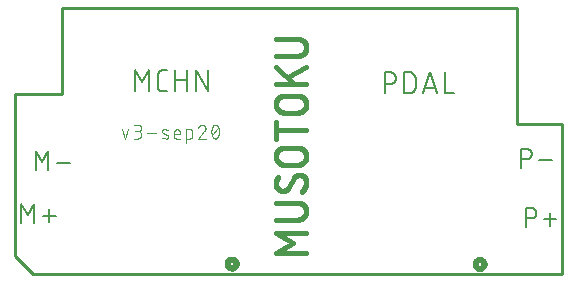
<source format=gto>
G04 EAGLE Gerber RS-274X export*
G75*
%MOMM*%
%FSLAX34Y34*%
%LPD*%
%INTop Silkscreen*%
%IPPOS*%
%AMOC8*
5,1,8,0,0,1.08239X$1,22.5*%
G01*
%ADD10C,0.101600*%
%ADD11C,0.152400*%
%ADD12C,0.431800*%
%ADD13C,0.508000*%
%ADD14C,0.177800*%
%ADD15C,0.254000*%


D10*
X320508Y532297D02*
X323104Y524508D01*
X325701Y532297D01*
X330146Y524508D02*
X333391Y524508D01*
X333504Y524510D01*
X333617Y524516D01*
X333730Y524526D01*
X333843Y524540D01*
X333955Y524557D01*
X334066Y524579D01*
X334176Y524604D01*
X334286Y524634D01*
X334394Y524667D01*
X334501Y524704D01*
X334607Y524744D01*
X334711Y524789D01*
X334814Y524837D01*
X334915Y524888D01*
X335014Y524943D01*
X335111Y525001D01*
X335206Y525063D01*
X335299Y525128D01*
X335389Y525196D01*
X335477Y525267D01*
X335563Y525342D01*
X335646Y525419D01*
X335726Y525499D01*
X335803Y525582D01*
X335878Y525668D01*
X335949Y525756D01*
X336017Y525846D01*
X336082Y525939D01*
X336144Y526034D01*
X336202Y526131D01*
X336257Y526230D01*
X336308Y526331D01*
X336356Y526434D01*
X336401Y526538D01*
X336441Y526644D01*
X336478Y526751D01*
X336511Y526859D01*
X336541Y526969D01*
X336566Y527079D01*
X336588Y527190D01*
X336605Y527302D01*
X336619Y527415D01*
X336629Y527528D01*
X336635Y527641D01*
X336637Y527754D01*
X336635Y527867D01*
X336629Y527980D01*
X336619Y528093D01*
X336605Y528206D01*
X336588Y528318D01*
X336566Y528429D01*
X336541Y528539D01*
X336511Y528649D01*
X336478Y528757D01*
X336441Y528864D01*
X336401Y528970D01*
X336356Y529074D01*
X336308Y529177D01*
X336257Y529278D01*
X336202Y529377D01*
X336144Y529474D01*
X336082Y529569D01*
X336017Y529662D01*
X335949Y529752D01*
X335878Y529840D01*
X335803Y529926D01*
X335726Y530009D01*
X335646Y530089D01*
X335563Y530166D01*
X335477Y530241D01*
X335389Y530312D01*
X335299Y530380D01*
X335206Y530445D01*
X335111Y530507D01*
X335014Y530565D01*
X334915Y530620D01*
X334814Y530671D01*
X334711Y530719D01*
X334607Y530764D01*
X334501Y530804D01*
X334394Y530841D01*
X334286Y530874D01*
X334176Y530904D01*
X334066Y530929D01*
X333955Y530951D01*
X333843Y530968D01*
X333730Y530982D01*
X333617Y530992D01*
X333504Y530998D01*
X333391Y531000D01*
X334041Y536192D02*
X330146Y536192D01*
X334041Y536192D02*
X334142Y536190D01*
X334242Y536184D01*
X334342Y536174D01*
X334442Y536161D01*
X334541Y536143D01*
X334640Y536122D01*
X334737Y536097D01*
X334834Y536068D01*
X334929Y536035D01*
X335023Y535999D01*
X335115Y535959D01*
X335206Y535916D01*
X335295Y535869D01*
X335382Y535819D01*
X335468Y535765D01*
X335551Y535708D01*
X335631Y535648D01*
X335710Y535585D01*
X335786Y535518D01*
X335859Y535449D01*
X335929Y535377D01*
X335997Y535303D01*
X336062Y535226D01*
X336123Y535146D01*
X336182Y535064D01*
X336237Y534980D01*
X336289Y534894D01*
X336338Y534806D01*
X336383Y534716D01*
X336425Y534624D01*
X336463Y534531D01*
X336497Y534436D01*
X336528Y534341D01*
X336555Y534244D01*
X336578Y534146D01*
X336598Y534047D01*
X336613Y533947D01*
X336625Y533847D01*
X336633Y533747D01*
X336637Y533646D01*
X336637Y533546D01*
X336633Y533445D01*
X336625Y533345D01*
X336613Y533245D01*
X336598Y533145D01*
X336578Y533046D01*
X336555Y532948D01*
X336528Y532851D01*
X336497Y532756D01*
X336463Y532661D01*
X336425Y532568D01*
X336383Y532476D01*
X336338Y532386D01*
X336289Y532298D01*
X336237Y532212D01*
X336182Y532128D01*
X336123Y532046D01*
X336062Y531966D01*
X335997Y531889D01*
X335929Y531815D01*
X335859Y531743D01*
X335786Y531674D01*
X335710Y531607D01*
X335631Y531544D01*
X335551Y531484D01*
X335468Y531427D01*
X335382Y531373D01*
X335295Y531323D01*
X335206Y531276D01*
X335115Y531233D01*
X335023Y531193D01*
X334929Y531157D01*
X334834Y531124D01*
X334737Y531095D01*
X334640Y531070D01*
X334541Y531049D01*
X334442Y531031D01*
X334342Y531018D01*
X334242Y531008D01*
X334142Y531002D01*
X334041Y531000D01*
X334041Y530999D02*
X331444Y530999D01*
X341689Y529052D02*
X349478Y529052D01*
X355391Y529052D02*
X358636Y527754D01*
X355391Y529051D02*
X355316Y529084D01*
X355242Y529120D01*
X355170Y529159D01*
X355100Y529202D01*
X355033Y529248D01*
X354967Y529298D01*
X354905Y529350D01*
X354844Y529406D01*
X354787Y529464D01*
X354732Y529525D01*
X354681Y529589D01*
X354633Y529655D01*
X354588Y529724D01*
X354546Y529794D01*
X354508Y529867D01*
X354473Y529941D01*
X354442Y530017D01*
X354415Y530094D01*
X354392Y530173D01*
X354372Y530252D01*
X354357Y530333D01*
X354345Y530414D01*
X354337Y530496D01*
X354333Y530577D01*
X354334Y530659D01*
X354338Y530741D01*
X354346Y530823D01*
X354358Y530904D01*
X354374Y530984D01*
X354394Y531064D01*
X354418Y531142D01*
X354446Y531219D01*
X354477Y531295D01*
X354512Y531369D01*
X354550Y531441D01*
X354592Y531512D01*
X354638Y531580D01*
X354686Y531646D01*
X354738Y531709D01*
X354793Y531770D01*
X354851Y531828D01*
X354911Y531884D01*
X354974Y531936D01*
X355040Y531985D01*
X355108Y532031D01*
X355178Y532073D01*
X355250Y532113D01*
X355324Y532148D01*
X355399Y532180D01*
X355476Y532208D01*
X355554Y532232D01*
X355634Y532253D01*
X355714Y532270D01*
X355795Y532282D01*
X355876Y532291D01*
X355958Y532296D01*
X356040Y532297D01*
X356039Y532297D02*
X356216Y532293D01*
X356393Y532284D01*
X356570Y532270D01*
X356747Y532253D01*
X356922Y532231D01*
X357098Y532206D01*
X357272Y532175D01*
X357446Y532141D01*
X357619Y532103D01*
X357791Y532060D01*
X357962Y532013D01*
X358132Y531963D01*
X358301Y531908D01*
X358468Y531849D01*
X358633Y531786D01*
X358798Y531719D01*
X358960Y531648D01*
X358636Y527754D02*
X358711Y527721D01*
X358785Y527685D01*
X358857Y527646D01*
X358927Y527603D01*
X358994Y527557D01*
X359060Y527507D01*
X359122Y527455D01*
X359183Y527399D01*
X359240Y527341D01*
X359295Y527280D01*
X359346Y527216D01*
X359394Y527150D01*
X359439Y527081D01*
X359481Y527011D01*
X359519Y526938D01*
X359554Y526864D01*
X359585Y526788D01*
X359612Y526711D01*
X359635Y526632D01*
X359655Y526553D01*
X359670Y526472D01*
X359682Y526391D01*
X359690Y526309D01*
X359694Y526228D01*
X359693Y526146D01*
X359689Y526064D01*
X359681Y525982D01*
X359669Y525901D01*
X359653Y525821D01*
X359633Y525741D01*
X359609Y525663D01*
X359581Y525586D01*
X359550Y525510D01*
X359515Y525436D01*
X359477Y525364D01*
X359435Y525293D01*
X359389Y525225D01*
X359341Y525159D01*
X359289Y525096D01*
X359234Y525035D01*
X359176Y524977D01*
X359116Y524921D01*
X359053Y524869D01*
X358987Y524820D01*
X358919Y524774D01*
X358849Y524732D01*
X358777Y524692D01*
X358703Y524657D01*
X358628Y524625D01*
X358551Y524597D01*
X358473Y524573D01*
X358393Y524552D01*
X358313Y524535D01*
X358232Y524523D01*
X358151Y524514D01*
X358069Y524509D01*
X357987Y524508D01*
X357727Y524515D01*
X357467Y524528D01*
X357207Y524547D01*
X356948Y524572D01*
X356689Y524604D01*
X356432Y524641D01*
X356175Y524685D01*
X355919Y524734D01*
X355665Y524790D01*
X355412Y524851D01*
X355161Y524919D01*
X354911Y524993D01*
X354663Y525072D01*
X354417Y525157D01*
X366270Y524508D02*
X369516Y524508D01*
X366270Y524508D02*
X366183Y524510D01*
X366095Y524516D01*
X366009Y524526D01*
X365922Y524539D01*
X365837Y524557D01*
X365752Y524578D01*
X365668Y524603D01*
X365586Y524632D01*
X365505Y524665D01*
X365425Y524701D01*
X365347Y524740D01*
X365271Y524784D01*
X365197Y524830D01*
X365126Y524880D01*
X365056Y524933D01*
X364989Y524989D01*
X364925Y525048D01*
X364863Y525110D01*
X364804Y525174D01*
X364748Y525241D01*
X364695Y525311D01*
X364645Y525382D01*
X364599Y525456D01*
X364555Y525532D01*
X364516Y525610D01*
X364480Y525690D01*
X364447Y525771D01*
X364418Y525853D01*
X364393Y525937D01*
X364372Y526022D01*
X364354Y526107D01*
X364341Y526194D01*
X364331Y526280D01*
X364325Y526368D01*
X364323Y526455D01*
X364323Y529701D01*
X364325Y529802D01*
X364331Y529902D01*
X364341Y530002D01*
X364354Y530102D01*
X364372Y530201D01*
X364393Y530300D01*
X364418Y530397D01*
X364447Y530494D01*
X364480Y530589D01*
X364516Y530683D01*
X364556Y530775D01*
X364599Y530866D01*
X364646Y530955D01*
X364696Y531042D01*
X364750Y531128D01*
X364807Y531211D01*
X364867Y531291D01*
X364930Y531370D01*
X364997Y531446D01*
X365066Y531519D01*
X365138Y531589D01*
X365212Y531657D01*
X365289Y531722D01*
X365369Y531783D01*
X365451Y531842D01*
X365535Y531897D01*
X365621Y531949D01*
X365709Y531998D01*
X365799Y532043D01*
X365891Y532085D01*
X365984Y532123D01*
X366079Y532157D01*
X366174Y532188D01*
X366271Y532215D01*
X366369Y532238D01*
X366468Y532258D01*
X366568Y532273D01*
X366668Y532285D01*
X366768Y532293D01*
X366869Y532297D01*
X366969Y532297D01*
X367070Y532293D01*
X367170Y532285D01*
X367270Y532273D01*
X367370Y532258D01*
X367469Y532238D01*
X367567Y532215D01*
X367664Y532188D01*
X367759Y532157D01*
X367854Y532123D01*
X367947Y532085D01*
X368039Y532043D01*
X368129Y531998D01*
X368217Y531949D01*
X368303Y531897D01*
X368387Y531842D01*
X368469Y531783D01*
X368549Y531722D01*
X368626Y531657D01*
X368700Y531589D01*
X368772Y531519D01*
X368841Y531446D01*
X368908Y531370D01*
X368971Y531291D01*
X369031Y531211D01*
X369088Y531128D01*
X369142Y531042D01*
X369192Y530955D01*
X369239Y530866D01*
X369282Y530775D01*
X369322Y530683D01*
X369358Y530589D01*
X369391Y530494D01*
X369420Y530397D01*
X369445Y530300D01*
X369466Y530201D01*
X369484Y530102D01*
X369497Y530002D01*
X369507Y529902D01*
X369513Y529802D01*
X369515Y529701D01*
X369516Y529701D02*
X369516Y528403D01*
X364323Y528403D01*
X374669Y532297D02*
X374669Y520613D01*
X374669Y532297D02*
X377914Y532297D01*
X378001Y532295D01*
X378089Y532289D01*
X378175Y532279D01*
X378262Y532266D01*
X378347Y532248D01*
X378432Y532227D01*
X378516Y532202D01*
X378598Y532173D01*
X378679Y532140D01*
X378759Y532104D01*
X378837Y532065D01*
X378913Y532021D01*
X378987Y531975D01*
X379058Y531925D01*
X379128Y531872D01*
X379195Y531816D01*
X379259Y531757D01*
X379321Y531696D01*
X379380Y531631D01*
X379436Y531564D01*
X379489Y531494D01*
X379539Y531423D01*
X379585Y531349D01*
X379629Y531273D01*
X379668Y531195D01*
X379704Y531115D01*
X379737Y531034D01*
X379766Y530952D01*
X379791Y530868D01*
X379812Y530783D01*
X379830Y530698D01*
X379843Y530611D01*
X379853Y530525D01*
X379859Y530437D01*
X379861Y530350D01*
X379862Y530350D02*
X379862Y526455D01*
X379861Y526455D02*
X379859Y526368D01*
X379853Y526280D01*
X379843Y526194D01*
X379830Y526107D01*
X379812Y526022D01*
X379791Y525937D01*
X379766Y525853D01*
X379737Y525771D01*
X379704Y525690D01*
X379668Y525610D01*
X379629Y525532D01*
X379585Y525456D01*
X379539Y525382D01*
X379489Y525311D01*
X379436Y525241D01*
X379380Y525174D01*
X379321Y525110D01*
X379259Y525048D01*
X379195Y524989D01*
X379128Y524933D01*
X379058Y524880D01*
X378987Y524830D01*
X378913Y524784D01*
X378837Y524740D01*
X378759Y524701D01*
X378679Y524665D01*
X378598Y524632D01*
X378516Y524603D01*
X378432Y524578D01*
X378347Y524557D01*
X378262Y524539D01*
X378175Y524526D01*
X378089Y524516D01*
X378001Y524510D01*
X377914Y524508D01*
X374669Y524508D01*
X388199Y536192D02*
X388306Y536190D01*
X388412Y536184D01*
X388518Y536174D01*
X388624Y536161D01*
X388730Y536143D01*
X388834Y536122D01*
X388938Y536097D01*
X389041Y536068D01*
X389142Y536036D01*
X389242Y535999D01*
X389341Y535959D01*
X389439Y535916D01*
X389535Y535869D01*
X389629Y535818D01*
X389721Y535764D01*
X389811Y535707D01*
X389899Y535647D01*
X389984Y535583D01*
X390067Y535516D01*
X390148Y535446D01*
X390226Y535374D01*
X390302Y535298D01*
X390374Y535220D01*
X390444Y535139D01*
X390511Y535056D01*
X390575Y534971D01*
X390635Y534883D01*
X390692Y534793D01*
X390746Y534701D01*
X390797Y534607D01*
X390844Y534511D01*
X390887Y534413D01*
X390927Y534314D01*
X390964Y534214D01*
X390996Y534113D01*
X391025Y534010D01*
X391050Y533906D01*
X391071Y533802D01*
X391089Y533696D01*
X391102Y533590D01*
X391112Y533484D01*
X391118Y533378D01*
X391120Y533271D01*
X388199Y536192D02*
X388078Y536190D01*
X387957Y536184D01*
X387837Y536174D01*
X387716Y536161D01*
X387597Y536143D01*
X387477Y536122D01*
X387359Y536097D01*
X387242Y536068D01*
X387125Y536035D01*
X387010Y535999D01*
X386896Y535958D01*
X386783Y535915D01*
X386671Y535867D01*
X386562Y535816D01*
X386454Y535761D01*
X386347Y535703D01*
X386243Y535642D01*
X386141Y535577D01*
X386041Y535509D01*
X385943Y535438D01*
X385847Y535364D01*
X385754Y535287D01*
X385664Y535206D01*
X385576Y535123D01*
X385491Y535037D01*
X385408Y534948D01*
X385329Y534857D01*
X385252Y534763D01*
X385179Y534667D01*
X385109Y534569D01*
X385042Y534468D01*
X384978Y534365D01*
X384918Y534260D01*
X384861Y534153D01*
X384807Y534045D01*
X384757Y533935D01*
X384711Y533823D01*
X384668Y533710D01*
X384629Y533595D01*
X390146Y530999D02*
X390225Y531076D01*
X390301Y531157D01*
X390374Y531240D01*
X390444Y531325D01*
X390511Y531413D01*
X390575Y531503D01*
X390635Y531595D01*
X390692Y531690D01*
X390746Y531786D01*
X390797Y531884D01*
X390844Y531984D01*
X390888Y532086D01*
X390928Y532189D01*
X390964Y532293D01*
X390996Y532399D01*
X391025Y532505D01*
X391050Y532613D01*
X391072Y532721D01*
X391089Y532831D01*
X391103Y532940D01*
X391112Y533050D01*
X391118Y533161D01*
X391120Y533271D01*
X390146Y530999D02*
X384629Y524508D01*
X391120Y524508D01*
X396059Y530350D02*
X396062Y530580D01*
X396070Y530810D01*
X396084Y531039D01*
X396103Y531268D01*
X396128Y531497D01*
X396158Y531724D01*
X396193Y531952D01*
X396234Y532178D01*
X396280Y532403D01*
X396332Y532627D01*
X396389Y532849D01*
X396451Y533071D01*
X396519Y533290D01*
X396592Y533508D01*
X396670Y533725D01*
X396753Y533939D01*
X396841Y534151D01*
X396934Y534361D01*
X397033Y534569D01*
X397032Y534569D02*
X397065Y534659D01*
X397101Y534748D01*
X397141Y534836D01*
X397185Y534921D01*
X397232Y535005D01*
X397282Y535087D01*
X397336Y535167D01*
X397392Y535244D01*
X397452Y535320D01*
X397515Y535393D01*
X397580Y535463D01*
X397649Y535531D01*
X397720Y535595D01*
X397793Y535657D01*
X397869Y535716D01*
X397947Y535772D01*
X398028Y535825D01*
X398110Y535874D01*
X398194Y535920D01*
X398281Y535963D01*
X398368Y536002D01*
X398458Y536038D01*
X398548Y536070D01*
X398640Y536098D01*
X398733Y536123D01*
X398827Y536144D01*
X398921Y536161D01*
X399016Y536175D01*
X399112Y536184D01*
X399208Y536190D01*
X399304Y536192D01*
X399400Y536190D01*
X399496Y536184D01*
X399592Y536175D01*
X399687Y536161D01*
X399781Y536144D01*
X399875Y536123D01*
X399968Y536098D01*
X400060Y536070D01*
X400150Y536038D01*
X400240Y536002D01*
X400327Y535963D01*
X400414Y535920D01*
X400498Y535874D01*
X400580Y535825D01*
X400661Y535772D01*
X400739Y535716D01*
X400815Y535657D01*
X400888Y535595D01*
X400959Y535531D01*
X401028Y535463D01*
X401093Y535393D01*
X401156Y535320D01*
X401216Y535244D01*
X401272Y535167D01*
X401326Y535087D01*
X401376Y535005D01*
X401423Y534921D01*
X401467Y534836D01*
X401507Y534748D01*
X401543Y534659D01*
X401576Y534569D01*
X401675Y534362D01*
X401768Y534152D01*
X401856Y533939D01*
X401939Y533725D01*
X402017Y533509D01*
X402090Y533291D01*
X402158Y533071D01*
X402220Y532850D01*
X402277Y532627D01*
X402329Y532403D01*
X402375Y532178D01*
X402416Y531952D01*
X402451Y531725D01*
X402481Y531497D01*
X402506Y531268D01*
X402525Y531039D01*
X402539Y530810D01*
X402547Y530580D01*
X402550Y530350D01*
X396058Y530350D02*
X396061Y530120D01*
X396069Y529890D01*
X396083Y529661D01*
X396102Y529432D01*
X396127Y529203D01*
X396157Y528975D01*
X396192Y528748D01*
X396233Y528522D01*
X396279Y528297D01*
X396331Y528073D01*
X396388Y527850D01*
X396450Y527629D01*
X396518Y527409D01*
X396591Y527191D01*
X396669Y526975D01*
X396752Y526761D01*
X396840Y526549D01*
X396933Y526338D01*
X397032Y526131D01*
X397065Y526041D01*
X397101Y525952D01*
X397142Y525864D01*
X397185Y525779D01*
X397232Y525695D01*
X397282Y525613D01*
X397336Y525533D01*
X397392Y525456D01*
X397452Y525380D01*
X397515Y525307D01*
X397580Y525237D01*
X397649Y525169D01*
X397720Y525105D01*
X397793Y525043D01*
X397869Y524984D01*
X397947Y524928D01*
X398028Y524875D01*
X398110Y524826D01*
X398194Y524780D01*
X398281Y524737D01*
X398368Y524698D01*
X398458Y524662D01*
X398548Y524630D01*
X398640Y524602D01*
X398733Y524577D01*
X398827Y524556D01*
X398921Y524539D01*
X399016Y524525D01*
X399112Y524516D01*
X399208Y524510D01*
X399304Y524508D01*
X401576Y526131D02*
X401675Y526338D01*
X401768Y526549D01*
X401856Y526761D01*
X401939Y526975D01*
X402017Y527191D01*
X402090Y527409D01*
X402158Y527629D01*
X402220Y527850D01*
X402277Y528073D01*
X402329Y528297D01*
X402375Y528522D01*
X402416Y528748D01*
X402451Y528975D01*
X402481Y529203D01*
X402506Y529432D01*
X402525Y529661D01*
X402539Y529890D01*
X402547Y530120D01*
X402550Y530350D01*
X401576Y526131D02*
X401543Y526041D01*
X401507Y525952D01*
X401467Y525864D01*
X401423Y525779D01*
X401376Y525695D01*
X401326Y525613D01*
X401272Y525533D01*
X401216Y525456D01*
X401156Y525380D01*
X401093Y525307D01*
X401028Y525237D01*
X400959Y525169D01*
X400888Y525105D01*
X400815Y525043D01*
X400739Y524984D01*
X400661Y524928D01*
X400580Y524875D01*
X400498Y524826D01*
X400414Y524780D01*
X400327Y524737D01*
X400240Y524698D01*
X400150Y524662D01*
X400060Y524630D01*
X399968Y524602D01*
X399875Y524577D01*
X399781Y524556D01*
X399687Y524539D01*
X399592Y524525D01*
X399496Y524516D01*
X399400Y524510D01*
X399304Y524508D01*
X396708Y527104D02*
X401901Y533596D01*
D11*
X247262Y514018D02*
X247262Y497762D01*
X252681Y504987D02*
X247262Y514018D01*
X252681Y504987D02*
X258099Y514018D01*
X258099Y497762D01*
X265498Y504084D02*
X276336Y504084D01*
X235262Y469018D02*
X235262Y452762D01*
X240681Y459987D02*
X235262Y469018D01*
X240681Y459987D02*
X246099Y469018D01*
X246099Y452762D01*
X253498Y459084D02*
X264336Y459084D01*
X258917Y464502D02*
X258917Y453665D01*
X658262Y499762D02*
X658262Y516018D01*
X662778Y516018D01*
X662911Y516016D01*
X663043Y516010D01*
X663175Y516000D01*
X663307Y515987D01*
X663439Y515969D01*
X663569Y515948D01*
X663700Y515923D01*
X663829Y515894D01*
X663957Y515861D01*
X664085Y515825D01*
X664211Y515785D01*
X664336Y515741D01*
X664460Y515693D01*
X664582Y515642D01*
X664703Y515587D01*
X664822Y515529D01*
X664940Y515467D01*
X665055Y515402D01*
X665169Y515333D01*
X665280Y515262D01*
X665389Y515186D01*
X665496Y515108D01*
X665601Y515027D01*
X665703Y514942D01*
X665803Y514855D01*
X665900Y514765D01*
X665995Y514672D01*
X666086Y514576D01*
X666175Y514478D01*
X666261Y514377D01*
X666344Y514273D01*
X666424Y514167D01*
X666500Y514059D01*
X666574Y513949D01*
X666644Y513836D01*
X666711Y513722D01*
X666774Y513605D01*
X666834Y513487D01*
X666891Y513367D01*
X666944Y513245D01*
X666993Y513122D01*
X667039Y512998D01*
X667081Y512872D01*
X667119Y512745D01*
X667154Y512617D01*
X667185Y512488D01*
X667212Y512359D01*
X667235Y512228D01*
X667255Y512097D01*
X667270Y511965D01*
X667282Y511833D01*
X667290Y511701D01*
X667294Y511568D01*
X667294Y511436D01*
X667290Y511303D01*
X667282Y511171D01*
X667270Y511039D01*
X667255Y510907D01*
X667235Y510776D01*
X667212Y510645D01*
X667185Y510516D01*
X667154Y510387D01*
X667119Y510259D01*
X667081Y510132D01*
X667039Y510006D01*
X666993Y509882D01*
X666944Y509759D01*
X666891Y509637D01*
X666834Y509517D01*
X666774Y509399D01*
X666711Y509282D01*
X666644Y509168D01*
X666574Y509055D01*
X666500Y508945D01*
X666424Y508837D01*
X666344Y508731D01*
X666261Y508627D01*
X666175Y508526D01*
X666086Y508428D01*
X665995Y508332D01*
X665900Y508239D01*
X665803Y508149D01*
X665703Y508062D01*
X665601Y507977D01*
X665496Y507896D01*
X665389Y507818D01*
X665280Y507742D01*
X665169Y507671D01*
X665055Y507602D01*
X664940Y507537D01*
X664822Y507475D01*
X664703Y507417D01*
X664582Y507362D01*
X664460Y507311D01*
X664336Y507263D01*
X664211Y507219D01*
X664085Y507179D01*
X663957Y507143D01*
X663829Y507110D01*
X663700Y507081D01*
X663569Y507056D01*
X663439Y507035D01*
X663307Y507017D01*
X663175Y507004D01*
X663043Y506994D01*
X662911Y506988D01*
X662778Y506986D01*
X662778Y506987D02*
X658262Y506987D01*
X673300Y506084D02*
X684138Y506084D01*
X662262Y466018D02*
X662262Y449762D01*
X662262Y466018D02*
X666778Y466018D01*
X666911Y466016D01*
X667043Y466010D01*
X667175Y466000D01*
X667307Y465987D01*
X667439Y465969D01*
X667569Y465948D01*
X667700Y465923D01*
X667829Y465894D01*
X667957Y465861D01*
X668085Y465825D01*
X668211Y465785D01*
X668336Y465741D01*
X668460Y465693D01*
X668582Y465642D01*
X668703Y465587D01*
X668822Y465529D01*
X668940Y465467D01*
X669055Y465402D01*
X669169Y465333D01*
X669280Y465262D01*
X669389Y465186D01*
X669496Y465108D01*
X669601Y465027D01*
X669703Y464942D01*
X669803Y464855D01*
X669900Y464765D01*
X669995Y464672D01*
X670086Y464576D01*
X670175Y464478D01*
X670261Y464377D01*
X670344Y464273D01*
X670424Y464167D01*
X670500Y464059D01*
X670574Y463949D01*
X670644Y463836D01*
X670711Y463722D01*
X670774Y463605D01*
X670834Y463487D01*
X670891Y463367D01*
X670944Y463245D01*
X670993Y463122D01*
X671039Y462998D01*
X671081Y462872D01*
X671119Y462745D01*
X671154Y462617D01*
X671185Y462488D01*
X671212Y462359D01*
X671235Y462228D01*
X671255Y462097D01*
X671270Y461965D01*
X671282Y461833D01*
X671290Y461701D01*
X671294Y461568D01*
X671294Y461436D01*
X671290Y461303D01*
X671282Y461171D01*
X671270Y461039D01*
X671255Y460907D01*
X671235Y460776D01*
X671212Y460645D01*
X671185Y460516D01*
X671154Y460387D01*
X671119Y460259D01*
X671081Y460132D01*
X671039Y460006D01*
X670993Y459882D01*
X670944Y459759D01*
X670891Y459637D01*
X670834Y459517D01*
X670774Y459399D01*
X670711Y459282D01*
X670644Y459168D01*
X670574Y459055D01*
X670500Y458945D01*
X670424Y458837D01*
X670344Y458731D01*
X670261Y458627D01*
X670175Y458526D01*
X670086Y458428D01*
X669995Y458332D01*
X669900Y458239D01*
X669803Y458149D01*
X669703Y458062D01*
X669601Y457977D01*
X669496Y457896D01*
X669389Y457818D01*
X669280Y457742D01*
X669169Y457671D01*
X669055Y457602D01*
X668940Y457537D01*
X668822Y457475D01*
X668703Y457417D01*
X668582Y457362D01*
X668460Y457311D01*
X668336Y457263D01*
X668211Y457219D01*
X668085Y457179D01*
X667957Y457143D01*
X667829Y457110D01*
X667700Y457081D01*
X667569Y457056D01*
X667439Y457035D01*
X667307Y457017D01*
X667175Y457004D01*
X667043Y456994D01*
X666911Y456988D01*
X666778Y456986D01*
X666778Y456987D02*
X662262Y456987D01*
X677300Y456084D02*
X688138Y456084D01*
X682719Y461502D02*
X682719Y450665D01*
D12*
X476341Y427659D02*
X450659Y427659D01*
X464927Y436220D01*
X450659Y444780D01*
X476341Y444780D01*
X469207Y455861D02*
X450659Y455861D01*
X469207Y455861D02*
X469381Y455863D01*
X469554Y455869D01*
X469728Y455880D01*
X469901Y455895D01*
X470074Y455914D01*
X470246Y455937D01*
X470417Y455964D01*
X470588Y455996D01*
X470758Y456032D01*
X470927Y456072D01*
X471095Y456115D01*
X471262Y456163D01*
X471428Y456216D01*
X471592Y456272D01*
X471755Y456332D01*
X471917Y456396D01*
X472077Y456464D01*
X472235Y456536D01*
X472391Y456611D01*
X472546Y456691D01*
X472699Y456774D01*
X472849Y456861D01*
X472997Y456951D01*
X473143Y457045D01*
X473287Y457143D01*
X473428Y457244D01*
X473567Y457348D01*
X473703Y457456D01*
X473837Y457567D01*
X473968Y457682D01*
X474096Y457799D01*
X474221Y457920D01*
X474343Y458043D01*
X474462Y458170D01*
X474578Y458299D01*
X474691Y458432D01*
X474800Y458566D01*
X474906Y458704D01*
X475009Y458844D01*
X475108Y458987D01*
X475204Y459131D01*
X475297Y459279D01*
X475385Y459428D01*
X475470Y459580D01*
X475552Y459733D01*
X475629Y459888D01*
X475703Y460046D01*
X475773Y460205D01*
X475839Y460366D01*
X475901Y460528D01*
X475959Y460692D01*
X476013Y460857D01*
X476063Y461023D01*
X476109Y461191D01*
X476151Y461359D01*
X476189Y461529D01*
X476222Y461699D01*
X476252Y461870D01*
X476277Y462042D01*
X476298Y462215D01*
X476315Y462388D01*
X476328Y462561D01*
X476336Y462734D01*
X476340Y462908D01*
X476340Y463082D01*
X476336Y463256D01*
X476328Y463429D01*
X476315Y463602D01*
X476298Y463775D01*
X476277Y463948D01*
X476252Y464120D01*
X476222Y464291D01*
X476189Y464461D01*
X476151Y464631D01*
X476109Y464799D01*
X476063Y464967D01*
X476013Y465133D01*
X475959Y465298D01*
X475901Y465462D01*
X475839Y465624D01*
X475773Y465785D01*
X475703Y465944D01*
X475629Y466102D01*
X475552Y466257D01*
X475470Y466410D01*
X475385Y466562D01*
X475297Y466711D01*
X475204Y466859D01*
X475108Y467003D01*
X475009Y467146D01*
X474906Y467286D01*
X474800Y467424D01*
X474691Y467558D01*
X474578Y467691D01*
X474462Y467820D01*
X474343Y467947D01*
X474221Y468070D01*
X474096Y468191D01*
X473968Y468308D01*
X473837Y468423D01*
X473703Y468534D01*
X473567Y468642D01*
X473428Y468746D01*
X473287Y468847D01*
X473143Y468945D01*
X472997Y469039D01*
X472849Y469129D01*
X472699Y469216D01*
X472546Y469299D01*
X472391Y469379D01*
X472235Y469454D01*
X472077Y469526D01*
X471917Y469594D01*
X471755Y469658D01*
X471592Y469718D01*
X471428Y469774D01*
X471262Y469827D01*
X471095Y469875D01*
X470927Y469918D01*
X470758Y469958D01*
X470588Y469994D01*
X470417Y470026D01*
X470246Y470053D01*
X470074Y470076D01*
X469901Y470095D01*
X469728Y470110D01*
X469554Y470121D01*
X469381Y470127D01*
X469207Y470129D01*
X469207Y470128D02*
X450659Y470128D01*
X470634Y493753D02*
X470783Y493751D01*
X470933Y493745D01*
X471082Y493735D01*
X471231Y493722D01*
X471379Y493704D01*
X471527Y493683D01*
X471674Y493657D01*
X471821Y493628D01*
X471966Y493595D01*
X472111Y493559D01*
X472255Y493518D01*
X472398Y493474D01*
X472539Y493426D01*
X472679Y493374D01*
X472818Y493319D01*
X472955Y493260D01*
X473091Y493197D01*
X473225Y493131D01*
X473357Y493061D01*
X473488Y492988D01*
X473616Y492912D01*
X473742Y492832D01*
X473866Y492749D01*
X473988Y492663D01*
X474108Y492574D01*
X474226Y492481D01*
X474340Y492386D01*
X474453Y492287D01*
X474562Y492186D01*
X474669Y492081D01*
X474774Y491974D01*
X474875Y491865D01*
X474974Y491752D01*
X475069Y491638D01*
X475162Y491520D01*
X475251Y491400D01*
X475337Y491278D01*
X475420Y491154D01*
X475500Y491028D01*
X475576Y490900D01*
X475649Y490769D01*
X475719Y490637D01*
X475785Y490503D01*
X475848Y490367D01*
X475907Y490230D01*
X475962Y490091D01*
X476014Y489951D01*
X476062Y489810D01*
X476106Y489667D01*
X476147Y489523D01*
X476183Y489378D01*
X476216Y489233D01*
X476245Y489086D01*
X476271Y488939D01*
X476292Y488791D01*
X476310Y488643D01*
X476323Y488494D01*
X476333Y488345D01*
X476339Y488195D01*
X476341Y488046D01*
X476338Y487758D01*
X476327Y487469D01*
X476310Y487181D01*
X476286Y486894D01*
X476255Y486607D01*
X476217Y486321D01*
X476172Y486036D01*
X476121Y485752D01*
X476063Y485470D01*
X475998Y485189D01*
X475926Y484909D01*
X475847Y484632D01*
X475762Y484356D01*
X475671Y484083D01*
X475573Y483811D01*
X475468Y483543D01*
X475357Y483276D01*
X475240Y483013D01*
X475117Y482752D01*
X474987Y482494D01*
X474851Y482240D01*
X474709Y481989D01*
X474561Y481741D01*
X474407Y481497D01*
X474248Y481257D01*
X474082Y481021D01*
X473912Y480788D01*
X473735Y480560D01*
X473553Y480336D01*
X473366Y480116D01*
X473174Y479901D01*
X472977Y479691D01*
X472774Y479486D01*
X456366Y480199D02*
X456217Y480201D01*
X456067Y480207D01*
X455918Y480217D01*
X455769Y480230D01*
X455621Y480248D01*
X455473Y480269D01*
X455326Y480295D01*
X455179Y480324D01*
X455034Y480357D01*
X454889Y480393D01*
X454745Y480434D01*
X454602Y480478D01*
X454461Y480526D01*
X454321Y480578D01*
X454182Y480633D01*
X454045Y480692D01*
X453909Y480755D01*
X453775Y480821D01*
X453643Y480891D01*
X453513Y480964D01*
X453384Y481040D01*
X453258Y481120D01*
X453134Y481203D01*
X453012Y481289D01*
X452892Y481378D01*
X452774Y481471D01*
X452660Y481566D01*
X452547Y481665D01*
X452438Y481766D01*
X452331Y481871D01*
X452226Y481978D01*
X452125Y482087D01*
X452026Y482200D01*
X451931Y482314D01*
X451838Y482432D01*
X451749Y482552D01*
X451663Y482674D01*
X451580Y482798D01*
X451500Y482924D01*
X451424Y483053D01*
X451351Y483183D01*
X451281Y483315D01*
X451215Y483449D01*
X451152Y483585D01*
X451093Y483722D01*
X451038Y483861D01*
X450986Y484001D01*
X450938Y484142D01*
X450894Y484285D01*
X450853Y484429D01*
X450817Y484574D01*
X450784Y484719D01*
X450755Y484866D01*
X450729Y485013D01*
X450708Y485161D01*
X450690Y485309D01*
X450677Y485458D01*
X450667Y485607D01*
X450661Y485757D01*
X450659Y485906D01*
X450662Y486161D01*
X450671Y486416D01*
X450686Y486670D01*
X450708Y486925D01*
X450735Y487178D01*
X450768Y487431D01*
X450808Y487683D01*
X450853Y487934D01*
X450904Y488184D01*
X450961Y488432D01*
X451025Y488679D01*
X451094Y488925D01*
X451169Y489169D01*
X451249Y489411D01*
X451336Y489651D01*
X451428Y489889D01*
X451525Y490124D01*
X451629Y490357D01*
X451738Y490588D01*
X451852Y490816D01*
X451972Y491041D01*
X452097Y491263D01*
X452227Y491483D01*
X452362Y491699D01*
X452503Y491911D01*
X452649Y492121D01*
X452799Y492327D01*
X461359Y483052D02*
X461281Y482924D01*
X461200Y482797D01*
X461115Y482673D01*
X461028Y482551D01*
X460937Y482431D01*
X460843Y482313D01*
X460746Y482199D01*
X460646Y482086D01*
X460543Y481976D01*
X460437Y481869D01*
X460328Y481765D01*
X460217Y481664D01*
X460104Y481565D01*
X459987Y481470D01*
X459869Y481377D01*
X459748Y481288D01*
X459624Y481202D01*
X459499Y481119D01*
X459371Y481039D01*
X459242Y480963D01*
X459110Y480890D01*
X458977Y480820D01*
X458841Y480754D01*
X458705Y480692D01*
X458566Y480633D01*
X458426Y480578D01*
X458285Y480526D01*
X458142Y480478D01*
X457999Y480434D01*
X457854Y480393D01*
X457708Y480356D01*
X457561Y480324D01*
X457413Y480294D01*
X457265Y480269D01*
X457116Y480248D01*
X456967Y480230D01*
X456817Y480217D01*
X456667Y480207D01*
X456516Y480201D01*
X456366Y480199D01*
X465641Y490900D02*
X465719Y491028D01*
X465800Y491155D01*
X465885Y491279D01*
X465972Y491401D01*
X466063Y491521D01*
X466157Y491639D01*
X466255Y491754D01*
X466355Y491866D01*
X466457Y491976D01*
X466563Y492083D01*
X466672Y492187D01*
X466783Y492288D01*
X466896Y492387D01*
X467013Y492482D01*
X467131Y492575D01*
X467252Y492664D01*
X467376Y492750D01*
X467501Y492833D01*
X467629Y492913D01*
X467758Y492989D01*
X467890Y493062D01*
X468023Y493132D01*
X468159Y493198D01*
X468295Y493260D01*
X468434Y493319D01*
X468574Y493374D01*
X468715Y493426D01*
X468858Y493474D01*
X469001Y493518D01*
X469146Y493559D01*
X469292Y493596D01*
X469439Y493628D01*
X469587Y493658D01*
X469735Y493683D01*
X469884Y493704D01*
X470033Y493722D01*
X470183Y493735D01*
X470333Y493745D01*
X470484Y493751D01*
X470634Y493753D01*
X465640Y490900D02*
X461360Y483053D01*
X457793Y502323D02*
X469207Y502323D01*
X457793Y502323D02*
X457619Y502325D01*
X457446Y502331D01*
X457272Y502342D01*
X457099Y502357D01*
X456926Y502376D01*
X456754Y502399D01*
X456583Y502426D01*
X456412Y502458D01*
X456242Y502494D01*
X456073Y502534D01*
X455905Y502577D01*
X455738Y502625D01*
X455572Y502678D01*
X455408Y502734D01*
X455245Y502794D01*
X455083Y502858D01*
X454923Y502926D01*
X454765Y502998D01*
X454609Y503073D01*
X454454Y503153D01*
X454301Y503236D01*
X454151Y503323D01*
X454003Y503413D01*
X453857Y503507D01*
X453713Y503605D01*
X453572Y503706D01*
X453433Y503810D01*
X453297Y503918D01*
X453163Y504029D01*
X453032Y504144D01*
X452904Y504261D01*
X452779Y504382D01*
X452657Y504505D01*
X452538Y504632D01*
X452422Y504761D01*
X452309Y504894D01*
X452200Y505028D01*
X452094Y505166D01*
X451991Y505306D01*
X451892Y505449D01*
X451796Y505593D01*
X451703Y505741D01*
X451615Y505890D01*
X451530Y506042D01*
X451448Y506195D01*
X451371Y506350D01*
X451297Y506508D01*
X451227Y506667D01*
X451161Y506828D01*
X451099Y506990D01*
X451041Y507154D01*
X450987Y507319D01*
X450937Y507485D01*
X450891Y507653D01*
X450849Y507821D01*
X450811Y507991D01*
X450778Y508161D01*
X450748Y508332D01*
X450723Y508504D01*
X450702Y508677D01*
X450685Y508850D01*
X450672Y509023D01*
X450664Y509196D01*
X450660Y509370D01*
X450660Y509544D01*
X450664Y509718D01*
X450672Y509891D01*
X450685Y510064D01*
X450702Y510237D01*
X450723Y510410D01*
X450748Y510582D01*
X450778Y510753D01*
X450811Y510923D01*
X450849Y511093D01*
X450891Y511261D01*
X450937Y511429D01*
X450987Y511595D01*
X451041Y511760D01*
X451099Y511924D01*
X451161Y512086D01*
X451227Y512247D01*
X451297Y512406D01*
X451371Y512564D01*
X451448Y512719D01*
X451530Y512872D01*
X451615Y513024D01*
X451703Y513173D01*
X451796Y513321D01*
X451892Y513465D01*
X451991Y513608D01*
X452094Y513748D01*
X452200Y513886D01*
X452309Y514020D01*
X452422Y514153D01*
X452538Y514282D01*
X452657Y514409D01*
X452779Y514532D01*
X452904Y514653D01*
X453032Y514770D01*
X453163Y514885D01*
X453297Y514996D01*
X453433Y515104D01*
X453572Y515208D01*
X453713Y515309D01*
X453857Y515407D01*
X454003Y515501D01*
X454151Y515591D01*
X454301Y515678D01*
X454454Y515761D01*
X454609Y515841D01*
X454765Y515916D01*
X454923Y515988D01*
X455083Y516056D01*
X455245Y516120D01*
X455408Y516180D01*
X455572Y516236D01*
X455738Y516289D01*
X455905Y516337D01*
X456073Y516380D01*
X456242Y516420D01*
X456412Y516456D01*
X456583Y516488D01*
X456754Y516515D01*
X456926Y516538D01*
X457099Y516557D01*
X457272Y516572D01*
X457446Y516583D01*
X457619Y516589D01*
X457793Y516591D01*
X469207Y516591D01*
X469381Y516589D01*
X469554Y516583D01*
X469728Y516572D01*
X469901Y516557D01*
X470074Y516538D01*
X470246Y516515D01*
X470417Y516488D01*
X470588Y516456D01*
X470758Y516420D01*
X470927Y516380D01*
X471095Y516337D01*
X471262Y516289D01*
X471428Y516236D01*
X471592Y516180D01*
X471755Y516120D01*
X471917Y516056D01*
X472077Y515988D01*
X472235Y515916D01*
X472391Y515841D01*
X472546Y515761D01*
X472699Y515678D01*
X472849Y515591D01*
X472997Y515501D01*
X473143Y515407D01*
X473287Y515309D01*
X473428Y515208D01*
X473567Y515104D01*
X473703Y514996D01*
X473837Y514885D01*
X473968Y514770D01*
X474096Y514653D01*
X474221Y514532D01*
X474343Y514409D01*
X474462Y514282D01*
X474578Y514153D01*
X474691Y514020D01*
X474800Y513886D01*
X474906Y513748D01*
X475009Y513608D01*
X475108Y513465D01*
X475204Y513321D01*
X475297Y513173D01*
X475385Y513024D01*
X475470Y512872D01*
X475552Y512719D01*
X475629Y512564D01*
X475703Y512406D01*
X475773Y512247D01*
X475839Y512086D01*
X475901Y511924D01*
X475959Y511760D01*
X476013Y511595D01*
X476063Y511429D01*
X476109Y511261D01*
X476151Y511093D01*
X476189Y510923D01*
X476222Y510753D01*
X476252Y510582D01*
X476277Y510410D01*
X476298Y510237D01*
X476315Y510064D01*
X476328Y509891D01*
X476336Y509718D01*
X476340Y509544D01*
X476340Y509370D01*
X476336Y509196D01*
X476328Y509023D01*
X476315Y508850D01*
X476298Y508677D01*
X476277Y508504D01*
X476252Y508332D01*
X476222Y508161D01*
X476189Y507991D01*
X476151Y507821D01*
X476109Y507653D01*
X476063Y507485D01*
X476013Y507319D01*
X475959Y507154D01*
X475901Y506990D01*
X475839Y506828D01*
X475773Y506667D01*
X475703Y506508D01*
X475629Y506350D01*
X475552Y506195D01*
X475470Y506042D01*
X475385Y505890D01*
X475297Y505741D01*
X475204Y505593D01*
X475108Y505449D01*
X475009Y505306D01*
X474906Y505166D01*
X474800Y505028D01*
X474691Y504894D01*
X474578Y504761D01*
X474462Y504632D01*
X474343Y504505D01*
X474221Y504382D01*
X474096Y504261D01*
X473968Y504144D01*
X473837Y504029D01*
X473703Y503918D01*
X473567Y503810D01*
X473428Y503706D01*
X473287Y503605D01*
X473143Y503507D01*
X472997Y503413D01*
X472849Y503323D01*
X472699Y503236D01*
X472546Y503153D01*
X472391Y503073D01*
X472235Y502998D01*
X472077Y502926D01*
X471917Y502858D01*
X471755Y502794D01*
X471592Y502734D01*
X471428Y502678D01*
X471262Y502625D01*
X471095Y502577D01*
X470927Y502534D01*
X470758Y502494D01*
X470588Y502458D01*
X470417Y502426D01*
X470246Y502399D01*
X470074Y502376D01*
X469901Y502357D01*
X469728Y502342D01*
X469554Y502331D01*
X469381Y502325D01*
X469207Y502323D01*
X476341Y531507D02*
X450659Y531507D01*
X450659Y524373D02*
X450659Y538641D01*
X457793Y546423D02*
X469207Y546423D01*
X457793Y546423D02*
X457619Y546425D01*
X457446Y546431D01*
X457272Y546442D01*
X457099Y546457D01*
X456926Y546476D01*
X456754Y546499D01*
X456583Y546526D01*
X456412Y546558D01*
X456242Y546594D01*
X456073Y546634D01*
X455905Y546677D01*
X455738Y546725D01*
X455572Y546778D01*
X455408Y546834D01*
X455245Y546894D01*
X455083Y546958D01*
X454923Y547026D01*
X454765Y547098D01*
X454609Y547173D01*
X454454Y547253D01*
X454301Y547336D01*
X454151Y547423D01*
X454003Y547513D01*
X453857Y547607D01*
X453713Y547705D01*
X453572Y547806D01*
X453433Y547910D01*
X453297Y548018D01*
X453163Y548129D01*
X453032Y548244D01*
X452904Y548361D01*
X452779Y548482D01*
X452657Y548605D01*
X452538Y548732D01*
X452422Y548861D01*
X452309Y548994D01*
X452200Y549128D01*
X452094Y549266D01*
X451991Y549406D01*
X451892Y549549D01*
X451796Y549693D01*
X451703Y549841D01*
X451615Y549990D01*
X451530Y550142D01*
X451448Y550295D01*
X451371Y550450D01*
X451297Y550608D01*
X451227Y550767D01*
X451161Y550928D01*
X451099Y551090D01*
X451041Y551254D01*
X450987Y551419D01*
X450937Y551585D01*
X450891Y551753D01*
X450849Y551921D01*
X450811Y552091D01*
X450778Y552261D01*
X450748Y552432D01*
X450723Y552604D01*
X450702Y552777D01*
X450685Y552950D01*
X450672Y553123D01*
X450664Y553296D01*
X450660Y553470D01*
X450660Y553644D01*
X450664Y553818D01*
X450672Y553991D01*
X450685Y554164D01*
X450702Y554337D01*
X450723Y554510D01*
X450748Y554682D01*
X450778Y554853D01*
X450811Y555023D01*
X450849Y555193D01*
X450891Y555361D01*
X450937Y555529D01*
X450987Y555695D01*
X451041Y555860D01*
X451099Y556024D01*
X451161Y556186D01*
X451227Y556347D01*
X451297Y556506D01*
X451371Y556664D01*
X451448Y556819D01*
X451530Y556972D01*
X451615Y557124D01*
X451703Y557273D01*
X451796Y557421D01*
X451892Y557565D01*
X451991Y557708D01*
X452094Y557848D01*
X452200Y557986D01*
X452309Y558120D01*
X452422Y558253D01*
X452538Y558382D01*
X452657Y558509D01*
X452779Y558632D01*
X452904Y558753D01*
X453032Y558870D01*
X453163Y558985D01*
X453297Y559096D01*
X453433Y559204D01*
X453572Y559308D01*
X453713Y559409D01*
X453857Y559507D01*
X454003Y559601D01*
X454151Y559691D01*
X454301Y559778D01*
X454454Y559861D01*
X454609Y559941D01*
X454765Y560016D01*
X454923Y560088D01*
X455083Y560156D01*
X455245Y560220D01*
X455408Y560280D01*
X455572Y560336D01*
X455738Y560389D01*
X455905Y560437D01*
X456073Y560480D01*
X456242Y560520D01*
X456412Y560556D01*
X456583Y560588D01*
X456754Y560615D01*
X456926Y560638D01*
X457099Y560657D01*
X457272Y560672D01*
X457446Y560683D01*
X457619Y560689D01*
X457793Y560691D01*
X469207Y560691D01*
X469381Y560689D01*
X469554Y560683D01*
X469728Y560672D01*
X469901Y560657D01*
X470074Y560638D01*
X470246Y560615D01*
X470417Y560588D01*
X470588Y560556D01*
X470758Y560520D01*
X470927Y560480D01*
X471095Y560437D01*
X471262Y560389D01*
X471428Y560336D01*
X471592Y560280D01*
X471755Y560220D01*
X471917Y560156D01*
X472077Y560088D01*
X472235Y560016D01*
X472391Y559941D01*
X472546Y559861D01*
X472699Y559778D01*
X472849Y559691D01*
X472997Y559601D01*
X473143Y559507D01*
X473287Y559409D01*
X473428Y559308D01*
X473567Y559204D01*
X473703Y559096D01*
X473837Y558985D01*
X473968Y558870D01*
X474096Y558753D01*
X474221Y558632D01*
X474343Y558509D01*
X474462Y558382D01*
X474578Y558253D01*
X474691Y558120D01*
X474800Y557986D01*
X474906Y557848D01*
X475009Y557708D01*
X475108Y557565D01*
X475204Y557421D01*
X475297Y557273D01*
X475385Y557124D01*
X475470Y556972D01*
X475552Y556819D01*
X475629Y556664D01*
X475703Y556506D01*
X475773Y556347D01*
X475839Y556186D01*
X475901Y556024D01*
X475959Y555860D01*
X476013Y555695D01*
X476063Y555529D01*
X476109Y555361D01*
X476151Y555193D01*
X476189Y555023D01*
X476222Y554853D01*
X476252Y554682D01*
X476277Y554510D01*
X476298Y554337D01*
X476315Y554164D01*
X476328Y553991D01*
X476336Y553818D01*
X476340Y553644D01*
X476340Y553470D01*
X476336Y553296D01*
X476328Y553123D01*
X476315Y552950D01*
X476298Y552777D01*
X476277Y552604D01*
X476252Y552432D01*
X476222Y552261D01*
X476189Y552091D01*
X476151Y551921D01*
X476109Y551753D01*
X476063Y551585D01*
X476013Y551419D01*
X475959Y551254D01*
X475901Y551090D01*
X475839Y550928D01*
X475773Y550767D01*
X475703Y550608D01*
X475629Y550450D01*
X475552Y550295D01*
X475470Y550142D01*
X475385Y549990D01*
X475297Y549841D01*
X475204Y549693D01*
X475108Y549549D01*
X475009Y549406D01*
X474906Y549266D01*
X474800Y549128D01*
X474691Y548994D01*
X474578Y548861D01*
X474462Y548732D01*
X474343Y548605D01*
X474221Y548482D01*
X474096Y548361D01*
X473968Y548244D01*
X473837Y548129D01*
X473703Y548018D01*
X473567Y547910D01*
X473428Y547806D01*
X473287Y547705D01*
X473143Y547607D01*
X472997Y547513D01*
X472849Y547423D01*
X472699Y547336D01*
X472546Y547253D01*
X472391Y547173D01*
X472235Y547098D01*
X472077Y547026D01*
X471917Y546958D01*
X471755Y546894D01*
X471592Y546834D01*
X471428Y546778D01*
X471262Y546725D01*
X471095Y546677D01*
X470927Y546634D01*
X470758Y546594D01*
X470588Y546558D01*
X470417Y546526D01*
X470246Y546499D01*
X470074Y546476D01*
X469901Y546457D01*
X469728Y546442D01*
X469554Y546431D01*
X469381Y546425D01*
X469207Y546423D01*
X476341Y571075D02*
X450659Y571075D01*
X450659Y585343D02*
X466354Y571075D01*
X460646Y576782D02*
X476341Y585343D01*
X469207Y594460D02*
X450659Y594460D01*
X469207Y594460D02*
X469381Y594462D01*
X469554Y594468D01*
X469728Y594479D01*
X469901Y594494D01*
X470074Y594513D01*
X470246Y594536D01*
X470417Y594563D01*
X470588Y594595D01*
X470758Y594631D01*
X470927Y594671D01*
X471095Y594714D01*
X471262Y594762D01*
X471428Y594815D01*
X471592Y594871D01*
X471755Y594931D01*
X471917Y594995D01*
X472077Y595063D01*
X472235Y595135D01*
X472391Y595210D01*
X472546Y595290D01*
X472699Y595373D01*
X472849Y595460D01*
X472997Y595550D01*
X473143Y595644D01*
X473287Y595742D01*
X473428Y595843D01*
X473567Y595947D01*
X473703Y596055D01*
X473837Y596166D01*
X473968Y596281D01*
X474096Y596398D01*
X474221Y596519D01*
X474343Y596642D01*
X474462Y596769D01*
X474578Y596898D01*
X474691Y597031D01*
X474800Y597165D01*
X474906Y597303D01*
X475009Y597443D01*
X475108Y597586D01*
X475204Y597730D01*
X475297Y597878D01*
X475385Y598027D01*
X475470Y598179D01*
X475552Y598332D01*
X475629Y598487D01*
X475703Y598645D01*
X475773Y598804D01*
X475839Y598965D01*
X475901Y599127D01*
X475959Y599291D01*
X476013Y599456D01*
X476063Y599622D01*
X476109Y599790D01*
X476151Y599958D01*
X476189Y600128D01*
X476222Y600298D01*
X476252Y600469D01*
X476277Y600641D01*
X476298Y600814D01*
X476315Y600987D01*
X476328Y601160D01*
X476336Y601333D01*
X476340Y601507D01*
X476340Y601681D01*
X476336Y601855D01*
X476328Y602028D01*
X476315Y602201D01*
X476298Y602374D01*
X476277Y602547D01*
X476252Y602719D01*
X476222Y602890D01*
X476189Y603060D01*
X476151Y603230D01*
X476109Y603398D01*
X476063Y603566D01*
X476013Y603732D01*
X475959Y603897D01*
X475901Y604061D01*
X475839Y604223D01*
X475773Y604384D01*
X475703Y604543D01*
X475629Y604701D01*
X475552Y604856D01*
X475470Y605009D01*
X475385Y605161D01*
X475297Y605310D01*
X475204Y605458D01*
X475108Y605602D01*
X475009Y605745D01*
X474906Y605885D01*
X474800Y606023D01*
X474691Y606157D01*
X474578Y606290D01*
X474462Y606419D01*
X474343Y606546D01*
X474221Y606669D01*
X474096Y606790D01*
X473968Y606907D01*
X473837Y607022D01*
X473703Y607133D01*
X473567Y607241D01*
X473428Y607345D01*
X473287Y607446D01*
X473143Y607544D01*
X472997Y607638D01*
X472849Y607728D01*
X472699Y607815D01*
X472546Y607898D01*
X472391Y607978D01*
X472235Y608053D01*
X472077Y608125D01*
X471917Y608193D01*
X471755Y608257D01*
X471592Y608317D01*
X471428Y608373D01*
X471262Y608426D01*
X471095Y608474D01*
X470927Y608517D01*
X470758Y608557D01*
X470588Y608593D01*
X470417Y608625D01*
X470246Y608652D01*
X470074Y608675D01*
X469901Y608694D01*
X469728Y608709D01*
X469554Y608720D01*
X469381Y608726D01*
X469207Y608728D01*
X450659Y608728D01*
D13*
X623500Y421760D02*
X623622Y421758D01*
X623744Y421752D01*
X623866Y421742D01*
X623987Y421729D01*
X624108Y421711D01*
X624228Y421690D01*
X624348Y421664D01*
X624466Y421635D01*
X624584Y421603D01*
X624701Y421566D01*
X624816Y421526D01*
X624930Y421482D01*
X625042Y421434D01*
X625153Y421383D01*
X625262Y421328D01*
X625370Y421270D01*
X625475Y421208D01*
X625578Y421143D01*
X625680Y421075D01*
X625779Y421003D01*
X625875Y420929D01*
X625970Y420851D01*
X626061Y420770D01*
X626151Y420687D01*
X626237Y420601D01*
X626320Y420511D01*
X626401Y420420D01*
X626479Y420325D01*
X626553Y420229D01*
X626625Y420130D01*
X626693Y420028D01*
X626758Y419925D01*
X626820Y419820D01*
X626878Y419712D01*
X626933Y419603D01*
X626984Y419492D01*
X627032Y419380D01*
X627076Y419266D01*
X627116Y419151D01*
X627153Y419034D01*
X627185Y418916D01*
X627214Y418798D01*
X627240Y418678D01*
X627261Y418558D01*
X627279Y418437D01*
X627292Y418316D01*
X627302Y418194D01*
X627308Y418072D01*
X627310Y417950D01*
X627308Y417828D01*
X627302Y417706D01*
X627292Y417584D01*
X627279Y417463D01*
X627261Y417342D01*
X627240Y417222D01*
X627214Y417102D01*
X627185Y416984D01*
X627153Y416866D01*
X627116Y416749D01*
X627076Y416634D01*
X627032Y416520D01*
X626984Y416408D01*
X626933Y416297D01*
X626878Y416188D01*
X626820Y416080D01*
X626758Y415975D01*
X626693Y415872D01*
X626625Y415770D01*
X626553Y415671D01*
X626479Y415575D01*
X626401Y415480D01*
X626320Y415389D01*
X626237Y415299D01*
X626151Y415213D01*
X626061Y415130D01*
X625970Y415049D01*
X625875Y414971D01*
X625779Y414897D01*
X625680Y414825D01*
X625578Y414757D01*
X625475Y414692D01*
X625370Y414630D01*
X625262Y414572D01*
X625153Y414517D01*
X625042Y414466D01*
X624930Y414418D01*
X624816Y414374D01*
X624701Y414334D01*
X624584Y414297D01*
X624466Y414265D01*
X624348Y414236D01*
X624228Y414210D01*
X624108Y414189D01*
X623987Y414171D01*
X623866Y414158D01*
X623744Y414148D01*
X623622Y414142D01*
X623500Y414140D01*
X623378Y414142D01*
X623256Y414148D01*
X623134Y414158D01*
X623013Y414171D01*
X622892Y414189D01*
X622772Y414210D01*
X622652Y414236D01*
X622534Y414265D01*
X622416Y414297D01*
X622299Y414334D01*
X622184Y414374D01*
X622070Y414418D01*
X621958Y414466D01*
X621847Y414517D01*
X621738Y414572D01*
X621630Y414630D01*
X621525Y414692D01*
X621422Y414757D01*
X621320Y414825D01*
X621221Y414897D01*
X621125Y414971D01*
X621030Y415049D01*
X620939Y415130D01*
X620849Y415213D01*
X620763Y415299D01*
X620680Y415389D01*
X620599Y415480D01*
X620521Y415575D01*
X620447Y415671D01*
X620375Y415770D01*
X620307Y415872D01*
X620242Y415975D01*
X620180Y416080D01*
X620122Y416188D01*
X620067Y416297D01*
X620016Y416408D01*
X619968Y416520D01*
X619924Y416634D01*
X619884Y416749D01*
X619847Y416866D01*
X619815Y416984D01*
X619786Y417102D01*
X619760Y417222D01*
X619739Y417342D01*
X619721Y417463D01*
X619708Y417584D01*
X619698Y417706D01*
X619692Y417828D01*
X619690Y417950D01*
X619692Y418072D01*
X619698Y418194D01*
X619708Y418316D01*
X619721Y418437D01*
X619739Y418558D01*
X619760Y418678D01*
X619786Y418798D01*
X619815Y418916D01*
X619847Y419034D01*
X619884Y419151D01*
X619924Y419266D01*
X619968Y419380D01*
X620016Y419492D01*
X620067Y419603D01*
X620122Y419712D01*
X620180Y419820D01*
X620242Y419925D01*
X620307Y420028D01*
X620375Y420130D01*
X620447Y420229D01*
X620521Y420325D01*
X620599Y420420D01*
X620680Y420511D01*
X620763Y420601D01*
X620849Y420687D01*
X620939Y420770D01*
X621030Y420851D01*
X621125Y420929D01*
X621221Y421003D01*
X621320Y421075D01*
X621422Y421143D01*
X621525Y421208D01*
X621630Y421270D01*
X621738Y421328D01*
X621847Y421383D01*
X621958Y421434D01*
X622070Y421482D01*
X622184Y421526D01*
X622299Y421566D01*
X622416Y421603D01*
X622534Y421635D01*
X622652Y421664D01*
X622772Y421690D01*
X622892Y421711D01*
X623013Y421729D01*
X623134Y421742D01*
X623256Y421752D01*
X623378Y421758D01*
X623500Y421760D01*
D14*
X542655Y563089D02*
X542655Y580615D01*
X547523Y580615D01*
X547661Y580613D01*
X547798Y580607D01*
X547936Y580597D01*
X548073Y580584D01*
X548210Y580566D01*
X548346Y580545D01*
X548481Y580520D01*
X548616Y580491D01*
X548750Y580458D01*
X548882Y580421D01*
X549014Y580381D01*
X549145Y580337D01*
X549274Y580289D01*
X549402Y580238D01*
X549528Y580183D01*
X549653Y580124D01*
X549776Y580062D01*
X549897Y579997D01*
X550016Y579928D01*
X550134Y579856D01*
X550249Y579780D01*
X550362Y579701D01*
X550473Y579620D01*
X550581Y579534D01*
X550687Y579446D01*
X550791Y579355D01*
X550891Y579261D01*
X550989Y579165D01*
X551085Y579065D01*
X551177Y578963D01*
X551267Y578858D01*
X551353Y578751D01*
X551437Y578642D01*
X551517Y578530D01*
X551594Y578416D01*
X551668Y578299D01*
X551739Y578181D01*
X551806Y578061D01*
X551870Y577939D01*
X551930Y577815D01*
X551987Y577689D01*
X552040Y577562D01*
X552090Y577434D01*
X552135Y577304D01*
X552178Y577172D01*
X552216Y577040D01*
X552251Y576907D01*
X552282Y576773D01*
X552309Y576638D01*
X552332Y576502D01*
X552352Y576365D01*
X552367Y576228D01*
X552379Y576091D01*
X552387Y575954D01*
X552391Y575816D01*
X552391Y575678D01*
X552387Y575540D01*
X552379Y575403D01*
X552367Y575266D01*
X552352Y575129D01*
X552332Y574992D01*
X552309Y574856D01*
X552282Y574721D01*
X552251Y574587D01*
X552216Y574454D01*
X552178Y574322D01*
X552135Y574190D01*
X552090Y574060D01*
X552040Y573932D01*
X551987Y573805D01*
X551930Y573679D01*
X551870Y573555D01*
X551806Y573433D01*
X551739Y573313D01*
X551668Y573195D01*
X551594Y573078D01*
X551517Y572964D01*
X551437Y572852D01*
X551353Y572743D01*
X551267Y572636D01*
X551177Y572531D01*
X551085Y572429D01*
X550989Y572329D01*
X550891Y572233D01*
X550791Y572139D01*
X550687Y572048D01*
X550581Y571960D01*
X550473Y571874D01*
X550362Y571793D01*
X550249Y571714D01*
X550134Y571638D01*
X550016Y571566D01*
X549897Y571497D01*
X549776Y571432D01*
X549653Y571370D01*
X549528Y571311D01*
X549402Y571256D01*
X549274Y571205D01*
X549145Y571157D01*
X549014Y571113D01*
X548882Y571073D01*
X548750Y571036D01*
X548616Y571003D01*
X548481Y570974D01*
X548346Y570949D01*
X548210Y570928D01*
X548073Y570910D01*
X547936Y570897D01*
X547798Y570887D01*
X547661Y570881D01*
X547523Y570879D01*
X547523Y570878D02*
X542655Y570878D01*
X559187Y563089D02*
X559187Y580615D01*
X564055Y580615D01*
X564192Y580613D01*
X564328Y580607D01*
X564464Y580598D01*
X564600Y580584D01*
X564735Y580567D01*
X564870Y580546D01*
X565005Y580521D01*
X565138Y580493D01*
X565271Y580461D01*
X565403Y580425D01*
X565533Y580385D01*
X565663Y580342D01*
X565791Y580295D01*
X565918Y580244D01*
X566043Y580190D01*
X566167Y580133D01*
X566289Y580072D01*
X566410Y580008D01*
X566528Y579940D01*
X566645Y579869D01*
X566760Y579795D01*
X566872Y579717D01*
X566982Y579637D01*
X567090Y579553D01*
X567196Y579466D01*
X567299Y579377D01*
X567399Y579284D01*
X567497Y579189D01*
X567592Y579091D01*
X567685Y578991D01*
X567774Y578888D01*
X567861Y578782D01*
X567945Y578674D01*
X568025Y578564D01*
X568103Y578452D01*
X568177Y578337D01*
X568248Y578220D01*
X568316Y578102D01*
X568380Y577981D01*
X568441Y577859D01*
X568498Y577735D01*
X568552Y577610D01*
X568603Y577483D01*
X568650Y577355D01*
X568693Y577225D01*
X568733Y577095D01*
X568769Y576963D01*
X568801Y576830D01*
X568829Y576697D01*
X568854Y576562D01*
X568875Y576427D01*
X568892Y576292D01*
X568906Y576156D01*
X568915Y576020D01*
X568921Y575884D01*
X568923Y575747D01*
X568924Y575747D02*
X568924Y567957D01*
X568923Y567957D02*
X568921Y567820D01*
X568915Y567684D01*
X568906Y567548D01*
X568892Y567412D01*
X568875Y567277D01*
X568854Y567142D01*
X568829Y567007D01*
X568801Y566874D01*
X568769Y566741D01*
X568733Y566609D01*
X568693Y566479D01*
X568650Y566349D01*
X568603Y566221D01*
X568552Y566094D01*
X568498Y565969D01*
X568441Y565845D01*
X568380Y565723D01*
X568316Y565602D01*
X568248Y565484D01*
X568177Y565367D01*
X568103Y565252D01*
X568025Y565140D01*
X567945Y565030D01*
X567861Y564922D01*
X567774Y564816D01*
X567685Y564713D01*
X567592Y564613D01*
X567497Y564515D01*
X567399Y564420D01*
X567299Y564327D01*
X567196Y564238D01*
X567090Y564151D01*
X566982Y564067D01*
X566872Y563987D01*
X566760Y563909D01*
X566645Y563835D01*
X566528Y563764D01*
X566410Y563696D01*
X566289Y563632D01*
X566167Y563571D01*
X566043Y563514D01*
X565918Y563460D01*
X565791Y563409D01*
X565663Y563362D01*
X565533Y563319D01*
X565403Y563279D01*
X565271Y563243D01*
X565138Y563211D01*
X565005Y563183D01*
X564870Y563158D01*
X564735Y563137D01*
X564600Y563120D01*
X564464Y563106D01*
X564328Y563097D01*
X564192Y563091D01*
X564055Y563089D01*
X559187Y563089D01*
X575522Y563089D02*
X581364Y580615D01*
X587206Y563089D01*
X585745Y567471D02*
X576982Y567471D01*
X593836Y563089D02*
X593836Y580615D01*
X593836Y563089D02*
X601626Y563089D01*
D13*
X413600Y422060D02*
X413722Y422058D01*
X413844Y422052D01*
X413966Y422042D01*
X414087Y422029D01*
X414208Y422011D01*
X414328Y421990D01*
X414448Y421964D01*
X414566Y421935D01*
X414684Y421903D01*
X414801Y421866D01*
X414916Y421826D01*
X415030Y421782D01*
X415142Y421734D01*
X415253Y421683D01*
X415362Y421628D01*
X415470Y421570D01*
X415575Y421508D01*
X415678Y421443D01*
X415780Y421375D01*
X415879Y421303D01*
X415975Y421229D01*
X416070Y421151D01*
X416161Y421070D01*
X416251Y420987D01*
X416337Y420901D01*
X416420Y420811D01*
X416501Y420720D01*
X416579Y420625D01*
X416653Y420529D01*
X416725Y420430D01*
X416793Y420328D01*
X416858Y420225D01*
X416920Y420120D01*
X416978Y420012D01*
X417033Y419903D01*
X417084Y419792D01*
X417132Y419680D01*
X417176Y419566D01*
X417216Y419451D01*
X417253Y419334D01*
X417285Y419216D01*
X417314Y419098D01*
X417340Y418978D01*
X417361Y418858D01*
X417379Y418737D01*
X417392Y418616D01*
X417402Y418494D01*
X417408Y418372D01*
X417410Y418250D01*
X417408Y418128D01*
X417402Y418006D01*
X417392Y417884D01*
X417379Y417763D01*
X417361Y417642D01*
X417340Y417522D01*
X417314Y417402D01*
X417285Y417284D01*
X417253Y417166D01*
X417216Y417049D01*
X417176Y416934D01*
X417132Y416820D01*
X417084Y416708D01*
X417033Y416597D01*
X416978Y416488D01*
X416920Y416380D01*
X416858Y416275D01*
X416793Y416172D01*
X416725Y416070D01*
X416653Y415971D01*
X416579Y415875D01*
X416501Y415780D01*
X416420Y415689D01*
X416337Y415599D01*
X416251Y415513D01*
X416161Y415430D01*
X416070Y415349D01*
X415975Y415271D01*
X415879Y415197D01*
X415780Y415125D01*
X415678Y415057D01*
X415575Y414992D01*
X415470Y414930D01*
X415362Y414872D01*
X415253Y414817D01*
X415142Y414766D01*
X415030Y414718D01*
X414916Y414674D01*
X414801Y414634D01*
X414684Y414597D01*
X414566Y414565D01*
X414448Y414536D01*
X414328Y414510D01*
X414208Y414489D01*
X414087Y414471D01*
X413966Y414458D01*
X413844Y414448D01*
X413722Y414442D01*
X413600Y414440D01*
X413478Y414442D01*
X413356Y414448D01*
X413234Y414458D01*
X413113Y414471D01*
X412992Y414489D01*
X412872Y414510D01*
X412752Y414536D01*
X412634Y414565D01*
X412516Y414597D01*
X412399Y414634D01*
X412284Y414674D01*
X412170Y414718D01*
X412058Y414766D01*
X411947Y414817D01*
X411838Y414872D01*
X411730Y414930D01*
X411625Y414992D01*
X411522Y415057D01*
X411420Y415125D01*
X411321Y415197D01*
X411225Y415271D01*
X411130Y415349D01*
X411039Y415430D01*
X410949Y415513D01*
X410863Y415599D01*
X410780Y415689D01*
X410699Y415780D01*
X410621Y415875D01*
X410547Y415971D01*
X410475Y416070D01*
X410407Y416172D01*
X410342Y416275D01*
X410280Y416380D01*
X410222Y416488D01*
X410167Y416597D01*
X410116Y416708D01*
X410068Y416820D01*
X410024Y416934D01*
X409984Y417049D01*
X409947Y417166D01*
X409915Y417284D01*
X409886Y417402D01*
X409860Y417522D01*
X409839Y417642D01*
X409821Y417763D01*
X409808Y417884D01*
X409798Y418006D01*
X409792Y418128D01*
X409790Y418250D01*
X409792Y418372D01*
X409798Y418494D01*
X409808Y418616D01*
X409821Y418737D01*
X409839Y418858D01*
X409860Y418978D01*
X409886Y419098D01*
X409915Y419216D01*
X409947Y419334D01*
X409984Y419451D01*
X410024Y419566D01*
X410068Y419680D01*
X410116Y419792D01*
X410167Y419903D01*
X410222Y420012D01*
X410280Y420120D01*
X410342Y420225D01*
X410407Y420328D01*
X410475Y420430D01*
X410547Y420529D01*
X410621Y420625D01*
X410699Y420720D01*
X410780Y420811D01*
X410863Y420901D01*
X410949Y420987D01*
X411039Y421070D01*
X411130Y421151D01*
X411225Y421229D01*
X411321Y421303D01*
X411420Y421375D01*
X411522Y421443D01*
X411625Y421508D01*
X411730Y421570D01*
X411838Y421628D01*
X411947Y421683D01*
X412058Y421734D01*
X412170Y421782D01*
X412284Y421826D01*
X412399Y421866D01*
X412516Y421903D01*
X412634Y421935D01*
X412752Y421964D01*
X412872Y421990D01*
X412992Y422011D01*
X413113Y422029D01*
X413234Y422042D01*
X413356Y422052D01*
X413478Y422058D01*
X413600Y422060D01*
D14*
X331355Y564689D02*
X331355Y582215D01*
X337197Y572478D01*
X343039Y582215D01*
X343039Y564689D01*
X354609Y564689D02*
X358504Y564689D01*
X354609Y564689D02*
X354487Y564691D01*
X354364Y564697D01*
X354242Y564706D01*
X354121Y564720D01*
X354000Y564737D01*
X353879Y564758D01*
X353759Y564783D01*
X353640Y564811D01*
X353522Y564844D01*
X353405Y564880D01*
X353290Y564919D01*
X353175Y564963D01*
X353062Y565009D01*
X352951Y565060D01*
X352841Y565114D01*
X352733Y565171D01*
X352626Y565231D01*
X352522Y565295D01*
X352420Y565363D01*
X352320Y565433D01*
X352222Y565506D01*
X352126Y565583D01*
X352033Y565662D01*
X351943Y565745D01*
X351855Y565830D01*
X351770Y565918D01*
X351687Y566008D01*
X351608Y566101D01*
X351531Y566197D01*
X351458Y566295D01*
X351388Y566395D01*
X351320Y566497D01*
X351256Y566601D01*
X351196Y566708D01*
X351139Y566816D01*
X351085Y566926D01*
X351034Y567037D01*
X350988Y567150D01*
X350944Y567265D01*
X350905Y567380D01*
X350869Y567497D01*
X350836Y567615D01*
X350808Y567734D01*
X350783Y567854D01*
X350762Y567975D01*
X350745Y568096D01*
X350731Y568217D01*
X350722Y568339D01*
X350716Y568462D01*
X350714Y568584D01*
X350714Y578320D01*
X350716Y578442D01*
X350722Y578565D01*
X350731Y578687D01*
X350745Y578808D01*
X350762Y578929D01*
X350783Y579050D01*
X350808Y579170D01*
X350836Y579289D01*
X350869Y579407D01*
X350905Y579524D01*
X350944Y579639D01*
X350988Y579754D01*
X351034Y579867D01*
X351085Y579978D01*
X351139Y580088D01*
X351196Y580196D01*
X351256Y580303D01*
X351320Y580407D01*
X351388Y580509D01*
X351458Y580609D01*
X351531Y580707D01*
X351608Y580803D01*
X351687Y580896D01*
X351770Y580986D01*
X351855Y581074D01*
X351943Y581159D01*
X352033Y581242D01*
X352126Y581321D01*
X352222Y581398D01*
X352320Y581471D01*
X352420Y581541D01*
X352522Y581609D01*
X352626Y581673D01*
X352733Y581733D01*
X352841Y581790D01*
X352951Y581844D01*
X353062Y581895D01*
X353175Y581941D01*
X353290Y581985D01*
X353405Y582024D01*
X353522Y582060D01*
X353640Y582093D01*
X353759Y582121D01*
X353879Y582146D01*
X354000Y582167D01*
X354121Y582184D01*
X354242Y582198D01*
X354364Y582207D01*
X354487Y582213D01*
X354609Y582215D01*
X358504Y582215D01*
X365271Y582215D02*
X365271Y564689D01*
X365271Y574426D02*
X375008Y574426D01*
X375008Y582215D02*
X375008Y564689D01*
X383138Y564689D02*
X383138Y582215D01*
X392875Y564689D01*
X392875Y582215D01*
D15*
X230000Y425000D02*
X245000Y410000D01*
X693000Y410000D01*
X693000Y536500D01*
X655000Y536500D01*
X655000Y635000D01*
X270000Y635000D01*
X270000Y562500D01*
X230000Y562500D01*
X230000Y425000D01*
M02*

</source>
